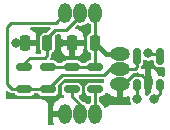
<source format=gbr>
%TF.GenerationSoftware,KiCad,Pcbnew,(6.0.5)*%
%TF.CreationDate,2022-07-02T16:25:46-04:00*%
%TF.ProjectId,magdilocks,6d616764-696c-46f6-936b-732e6b696361,rev?*%
%TF.SameCoordinates,Original*%
%TF.FileFunction,Copper,L1,Top*%
%TF.FilePolarity,Positive*%
%FSLAX46Y46*%
G04 Gerber Fmt 4.6, Leading zero omitted, Abs format (unit mm)*
G04 Created by KiCad (PCBNEW (6.0.5)) date 2022-07-02 16:25:46*
%MOMM*%
%LPD*%
G01*
G04 APERTURE LIST*
G04 Aperture macros list*
%AMRoundRect*
0 Rectangle with rounded corners*
0 $1 Rounding radius*
0 $2 $3 $4 $5 $6 $7 $8 $9 X,Y pos of 4 corners*
0 Add a 4 corners polygon primitive as box body*
4,1,4,$2,$3,$4,$5,$6,$7,$8,$9,$2,$3,0*
0 Add four circle primitives for the rounded corners*
1,1,$1+$1,$2,$3*
1,1,$1+$1,$4,$5*
1,1,$1+$1,$6,$7*
1,1,$1+$1,$8,$9*
0 Add four rect primitives between the rounded corners*
20,1,$1+$1,$2,$3,$4,$5,0*
20,1,$1+$1,$4,$5,$6,$7,0*
20,1,$1+$1,$6,$7,$8,$9,0*
20,1,$1+$1,$8,$9,$2,$3,0*%
G04 Aperture macros list end*
%TA.AperFunction,ComponentPad*%
%ADD10O,1.150000X1.700000*%
%TD*%
%TA.AperFunction,ComponentPad*%
%ADD11O,1.700000X1.150000*%
%TD*%
%TA.AperFunction,SMDPad,CuDef*%
%ADD12RoundRect,0.225000X0.225000X0.425000X-0.225000X0.425000X-0.225000X-0.425000X0.225000X-0.425000X0*%
%TD*%
%TA.AperFunction,SMDPad,CuDef*%
%ADD13RoundRect,0.175000X0.475000X-0.175000X0.475000X0.175000X-0.475000X0.175000X-0.475000X-0.175000X0*%
%TD*%
%TA.AperFunction,SMDPad,CuDef*%
%ADD14RoundRect,0.175000X-0.475000X0.175000X-0.475000X-0.175000X0.475000X-0.175000X0.475000X0.175000X0*%
%TD*%
%TA.AperFunction,SMDPad,CuDef*%
%ADD15RoundRect,0.175000X0.175000X-0.325000X0.175000X0.325000X-0.175000X0.325000X-0.175000X-0.325000X0*%
%TD*%
%TA.AperFunction,SMDPad,CuDef*%
%ADD16RoundRect,0.150000X-0.150000X0.500000X-0.150000X-0.500000X0.150000X-0.500000X0.150000X0.500000X0*%
%TD*%
%TA.AperFunction,ViaPad*%
%ADD17C,0.800000*%
%TD*%
%TA.AperFunction,Conductor*%
%ADD18C,0.250000*%
%TD*%
%TA.AperFunction,Conductor*%
%ADD19C,0.400000*%
%TD*%
G04 APERTURE END LIST*
D10*
%TO.P,J3,1*%
%TO.N,/SDA*%
X97500000Y-127500000D03*
%TO.P,J3,2*%
%TO.N,/SCL*%
X96230000Y-127500000D03*
%TO.P,J3,3*%
%TO.N,GND*%
X94960000Y-127500000D03*
%TD*%
D11*
%TO.P,J1,1*%
%TO.N,+3V3*%
X99605000Y-122460000D03*
%TO.P,J1,2*%
%TO.N,/OUT_RAW*%
X99605000Y-123730000D03*
%TO.P,J1,3*%
%TO.N,GND*%
X99605000Y-125000000D03*
%TD*%
D12*
%TO.P,C1,1*%
%TO.N,/OUT_FLT*%
X93450000Y-121500000D03*
%TO.P,C1,2*%
%TO.N,GND*%
X91550000Y-121500000D03*
%TD*%
D13*
%TO.P,R4,1*%
%TO.N,/OUT_RAW*%
X91500000Y-125450000D03*
%TO.P,R4,2*%
%TO.N,/OUT_FLT*%
X91500000Y-123550000D03*
%TD*%
D10*
%TO.P,J2,1*%
%TO.N,+3V3*%
X97500000Y-119000000D03*
%TO.P,J2,2*%
%TO.N,/OUT_FLT*%
X96230000Y-119000000D03*
%TO.P,J2,3*%
%TO.N,/OUT_RAW*%
X94960000Y-119000000D03*
%TD*%
D14*
%TO.P,R2,1*%
%TO.N,+3V3*%
X95500000Y-123550000D03*
%TO.P,R2,2*%
%TO.N,/SCL*%
X95500000Y-125450000D03*
%TD*%
D15*
%TO.P,U2,1,SDA*%
%TO.N,/SDA*%
X101050000Y-125050000D03*
%TO.P,U2,2,GND*%
%TO.N,GND*%
X102000000Y-125050000D03*
%TO.P,U2,3,SCL*%
%TO.N,/SCL*%
X102950000Y-125050000D03*
%TO.P,U2,4,VDD*%
%TO.N,+3V3*%
X102950000Y-122450000D03*
%TO.P,U2,5,ALERT*%
%TO.N,/OUT_RAW*%
X101050000Y-122450000D03*
%TD*%
D12*
%TO.P,C2,1*%
%TO.N,+3V3*%
X97450000Y-121500000D03*
%TO.P,C2,2*%
%TO.N,GND*%
X95550000Y-121500000D03*
%TD*%
D14*
%TO.P,R3,1*%
%TO.N,+3V3*%
X97500000Y-123550000D03*
%TO.P,R3,2*%
%TO.N,/SDA*%
X97500000Y-125450000D03*
%TD*%
%TO.P,R1,1*%
%TO.N,+3V3*%
X93500000Y-123550000D03*
%TO.P,R1,2*%
%TO.N,/OUT_RAW*%
X93500000Y-125450000D03*
%TD*%
D16*
%TO.P,U1,1,VCC*%
%TO.N,+3V3*%
X102950000Y-122700000D03*
%TO.P,U1,2,OUT*%
%TO.N,/OUT_RAW*%
X101050000Y-122700000D03*
%TO.P,U1,3,GND*%
%TO.N,GND*%
X102000000Y-124800000D03*
%TD*%
D17*
%TO.N,GND*%
X90749020Y-121500000D03*
X94500000Y-121500000D03*
%TO.N,+3V3*%
X102000000Y-122399500D03*
%TO.N,/SCL*%
X102500000Y-126250000D03*
%TO.N,/SDA*%
X101012299Y-126262299D03*
%TD*%
D18*
%TO.N,/OUT_FLT*%
X96230000Y-119277113D02*
X96230000Y-119000000D01*
X95057593Y-120449520D02*
X96230000Y-119277113D01*
X92000000Y-122750000D02*
X93250000Y-122750000D01*
X93450000Y-121057113D02*
X94057593Y-120449520D01*
X93450000Y-121500000D02*
X93450000Y-121057113D01*
X91500000Y-123250000D02*
X92000000Y-122750000D01*
X93450000Y-122550000D02*
X93450000Y-121500000D01*
X91500000Y-123550000D02*
X91500000Y-123250000D01*
X93250000Y-122750000D02*
X93450000Y-122550000D01*
X94057593Y-120449520D02*
X95057593Y-120449520D01*
%TO.N,GND*%
X100668093Y-124225480D02*
X100000000Y-124893573D01*
X90749020Y-121500000D02*
X91550000Y-121500000D01*
X94500000Y-121500000D02*
X95550000Y-121500000D01*
X102000000Y-124793573D02*
X101431907Y-124225480D01*
X101431907Y-124225480D02*
X100668093Y-124225480D01*
X102000000Y-125050000D02*
X102000000Y-124793573D01*
X100000000Y-124893573D02*
X100000000Y-125000000D01*
X102000000Y-124800000D02*
X102000000Y-125050000D01*
%TO.N,+3V3*%
X97450000Y-122450000D02*
X97500000Y-122500000D01*
X97450000Y-121500000D02*
X97450000Y-122450000D01*
X102050500Y-122450000D02*
X102000000Y-122399500D01*
X102950000Y-122450000D02*
X102050500Y-122450000D01*
X100000000Y-122400000D02*
X100000000Y-122460000D01*
D19*
X98410000Y-122460000D02*
X97450000Y-121500000D01*
D18*
X97450000Y-121500000D02*
X97500000Y-121450000D01*
D19*
X100000000Y-122460000D02*
X98410000Y-122460000D01*
D18*
X97500000Y-122500000D02*
X97500000Y-123550000D01*
X97500000Y-121450000D02*
X97500000Y-119000000D01*
X95500000Y-123550000D02*
X93500000Y-123550000D01*
X97500000Y-123550000D02*
X95500000Y-123550000D01*
X97450000Y-123500000D02*
X97500000Y-123550000D01*
%TO.N,/SCL*%
X96230000Y-126730000D02*
X96230000Y-127500000D01*
X95500000Y-125450000D02*
X95500000Y-126000000D01*
X95500000Y-126000000D02*
X96230000Y-126730000D01*
X102950000Y-125800000D02*
X102950000Y-125050000D01*
X102500000Y-126250000D02*
X102950000Y-125800000D01*
%TO.N,/SDA*%
X101012299Y-126262299D02*
X101050000Y-126224598D01*
X101050000Y-126224598D02*
X101050000Y-125050000D01*
X97500000Y-125450000D02*
X97500000Y-127500000D01*
%TO.N,/OUT_RAW*%
X90375480Y-119824520D02*
X90024520Y-120175480D01*
X90024520Y-125024520D02*
X90450000Y-125450000D01*
X98250000Y-124250000D02*
X94700000Y-124250000D01*
X100000000Y-123730000D02*
X98770000Y-123730000D01*
X94700000Y-124250000D02*
X93500000Y-125450000D01*
X90450000Y-125450000D02*
X91500000Y-125450000D01*
X101050000Y-123550000D02*
X100870000Y-123730000D01*
X93500000Y-125450000D02*
X91500000Y-125450000D01*
X98770000Y-123730000D02*
X98250000Y-124250000D01*
X94135480Y-119824520D02*
X90375480Y-119824520D01*
X90024520Y-120175480D02*
X90024520Y-125024520D01*
X94960000Y-119000000D02*
X94135480Y-119824520D01*
X100870000Y-123730000D02*
X100000000Y-123730000D01*
X101050000Y-122700000D02*
X101050000Y-123550000D01*
%TD*%
%TA.AperFunction,Conductor*%
%TO.N,GND*%
G36*
X98221998Y-124595502D02*
G01*
X98268491Y-124649158D01*
X98278595Y-124719432D01*
X98276293Y-124731338D01*
X98272165Y-124748272D01*
X98262539Y-124814667D01*
X98232970Y-124879213D01*
X98173198Y-124917526D01*
X98100637Y-124916970D01*
X98092546Y-124914469D01*
X98083759Y-124910174D01*
X98074080Y-124908762D01*
X98015117Y-124900160D01*
X98015111Y-124900160D01*
X98010590Y-124899500D01*
X96989410Y-124899500D01*
X96984860Y-124900170D01*
X96984857Y-124900170D01*
X96925290Y-124908939D01*
X96925289Y-124908939D01*
X96915604Y-124910365D01*
X96862150Y-124936610D01*
X96812738Y-124960869D01*
X96812736Y-124960870D01*
X96803390Y-124965459D01*
X96715073Y-125053931D01*
X96660174Y-125166241D01*
X96649500Y-125239410D01*
X96649500Y-125660590D01*
X96650170Y-125665140D01*
X96650170Y-125665143D01*
X96655772Y-125703194D01*
X96660365Y-125734396D01*
X96677605Y-125769509D01*
X96706452Y-125828264D01*
X96715459Y-125846610D01*
X96803931Y-125934927D01*
X96813284Y-125939499D01*
X96825051Y-125945251D01*
X96916241Y-125989826D01*
X96925916Y-125991237D01*
X96925918Y-125991238D01*
X96984883Y-125999840D01*
X96984889Y-125999840D01*
X96989410Y-126000500D01*
X97048500Y-126000500D01*
X97116621Y-126020502D01*
X97163114Y-126074158D01*
X97174500Y-126126500D01*
X97174500Y-126444276D01*
X97154498Y-126512397D01*
X97114523Y-126551593D01*
X97019533Y-126610031D01*
X96965881Y-126662572D01*
X96953162Y-126675027D01*
X96890497Y-126708398D01*
X96819738Y-126702592D01*
X96775598Y-126673787D01*
X96723973Y-126621800D01*
X96723968Y-126621796D01*
X96719006Y-126616799D01*
X96708342Y-126610031D01*
X96613985Y-126550151D01*
X96572108Y-126523575D01*
X96461871Y-126484321D01*
X96415043Y-126454717D01*
X96118792Y-126158466D01*
X96084766Y-126096154D01*
X96089831Y-126025339D01*
X96132378Y-125968503D01*
X96152349Y-125956272D01*
X96196610Y-125934541D01*
X96284927Y-125846069D01*
X96339826Y-125733759D01*
X96347006Y-125684541D01*
X96349840Y-125665117D01*
X96349840Y-125665111D01*
X96350500Y-125660590D01*
X96350500Y-125239410D01*
X96339635Y-125165604D01*
X96304989Y-125095038D01*
X96289131Y-125062738D01*
X96289130Y-125062736D01*
X96284541Y-125053390D01*
X96241038Y-125009963D01*
X96203438Y-124972429D01*
X96196069Y-124965073D01*
X96083759Y-124910174D01*
X96074084Y-124908763D01*
X96074082Y-124908762D01*
X96015117Y-124900160D01*
X96015111Y-124900160D01*
X96010590Y-124899500D01*
X94989410Y-124899500D01*
X94984860Y-124900170D01*
X94984857Y-124900170D01*
X94925290Y-124908939D01*
X94925289Y-124908939D01*
X94915604Y-124910365D01*
X94862150Y-124936610D01*
X94812738Y-124960869D01*
X94812736Y-124960870D01*
X94803390Y-124965459D01*
X94715073Y-125053931D01*
X94660174Y-125166241D01*
X94649500Y-125239410D01*
X94649500Y-125660590D01*
X94650170Y-125665140D01*
X94650170Y-125665143D01*
X94655772Y-125703194D01*
X94660365Y-125734396D01*
X94677605Y-125769509D01*
X94706452Y-125828264D01*
X94715459Y-125846610D01*
X94803931Y-125934927D01*
X94807518Y-125936680D01*
X94849050Y-125989579D01*
X94855743Y-126060259D01*
X94823161Y-126123338D01*
X94761560Y-126158809D01*
X94611639Y-126194940D01*
X94600344Y-126198829D01*
X94423137Y-126279400D01*
X94412795Y-126285347D01*
X94254013Y-126397979D01*
X94244984Y-126405772D01*
X94110369Y-126546393D01*
X94102965Y-126555768D01*
X93997380Y-126719292D01*
X93991879Y-126729906D01*
X93919117Y-126910449D01*
X93915725Y-126921898D01*
X93878134Y-127114391D01*
X93877064Y-127123201D01*
X93877000Y-127125828D01*
X93877000Y-127227885D01*
X93881475Y-127243124D01*
X93882865Y-127244329D01*
X93890548Y-127246000D01*
X95088000Y-127246000D01*
X95156121Y-127266002D01*
X95202614Y-127319658D01*
X95214000Y-127372000D01*
X95214000Y-127628000D01*
X95193998Y-127696121D01*
X95140342Y-127742614D01*
X95088000Y-127754000D01*
X93895115Y-127754000D01*
X93879876Y-127758475D01*
X93878671Y-127759865D01*
X93877000Y-127767548D01*
X93877000Y-127823637D01*
X93877285Y-127829613D01*
X93891132Y-127974745D01*
X93893391Y-127986480D01*
X93948188Y-128173268D01*
X93952623Y-128184355D01*
X94020326Y-128315808D01*
X94033735Y-128385526D01*
X94007322Y-128451427D01*
X93949474Y-128492586D01*
X93908310Y-128499500D01*
X93637080Y-128499500D01*
X93608845Y-128496295D01*
X93600359Y-128494344D01*
X93600358Y-128494344D01*
X93601441Y-128489633D01*
X93560281Y-128477547D01*
X93513788Y-128423891D01*
X93505557Y-128399568D01*
X93503655Y-128391229D01*
X93500500Y-128363210D01*
X93500500Y-126837371D01*
X93503755Y-126808918D01*
X93504043Y-126807676D01*
X93504044Y-126807669D01*
X93505655Y-126800718D01*
X93505656Y-126800000D01*
X93504038Y-126792903D01*
X93503298Y-126789662D01*
X93500935Y-126775750D01*
X93491831Y-126694953D01*
X93491039Y-126687924D01*
X93487356Y-126677397D01*
X93466151Y-126616799D01*
X93453788Y-126581467D01*
X93393783Y-126485969D01*
X93314031Y-126406217D01*
X93218533Y-126346212D01*
X93112076Y-126308961D01*
X93105049Y-126308169D01*
X93105048Y-126308169D01*
X93076449Y-126304947D01*
X93025322Y-126299186D01*
X93010989Y-126296726D01*
X93000718Y-126294345D01*
X93000000Y-126294344D01*
X92991225Y-126296346D01*
X92963210Y-126299500D01*
X90037080Y-126299500D01*
X90008845Y-126296295D01*
X90000359Y-126294344D01*
X90000358Y-126294344D01*
X90001441Y-126289633D01*
X89960281Y-126277547D01*
X89913788Y-126223891D01*
X89905557Y-126199568D01*
X89905389Y-126198829D01*
X89903655Y-126191227D01*
X89900500Y-126163210D01*
X89900500Y-125665016D01*
X89920502Y-125596895D01*
X89974158Y-125550402D01*
X90044432Y-125540298D01*
X90109012Y-125569792D01*
X90115595Y-125575921D01*
X90205889Y-125666215D01*
X90213316Y-125674319D01*
X90237545Y-125703194D01*
X90247094Y-125708707D01*
X90270185Y-125722039D01*
X90279456Y-125727945D01*
X90310316Y-125749554D01*
X90320966Y-125752408D01*
X90324134Y-125753885D01*
X90327410Y-125755077D01*
X90336955Y-125760588D01*
X90370699Y-125766538D01*
X90374058Y-125767130D01*
X90384785Y-125769508D01*
X90421193Y-125779264D01*
X90432169Y-125778304D01*
X90432172Y-125778304D01*
X90458743Y-125775979D01*
X90469724Y-125775500D01*
X90602041Y-125775500D01*
X90670162Y-125795502D01*
X90701779Y-125830962D01*
X90704807Y-125828794D01*
X90710869Y-125837261D01*
X90715459Y-125846610D01*
X90803931Y-125934927D01*
X90813284Y-125939499D01*
X90825051Y-125945251D01*
X90916241Y-125989826D01*
X90925916Y-125991237D01*
X90925918Y-125991238D01*
X90984883Y-125999840D01*
X90984889Y-125999840D01*
X90989410Y-126000500D01*
X92010590Y-126000500D01*
X92015140Y-125999830D01*
X92015143Y-125999830D01*
X92074710Y-125991061D01*
X92074711Y-125991061D01*
X92084396Y-125989635D01*
X92152359Y-125956267D01*
X92187262Y-125939131D01*
X92187265Y-125939129D01*
X92196610Y-125934541D01*
X92284927Y-125846069D01*
X92289501Y-125836711D01*
X92295477Y-125828333D01*
X92351319Y-125784489D01*
X92398057Y-125775500D01*
X92602041Y-125775500D01*
X92670162Y-125795502D01*
X92701779Y-125830962D01*
X92704807Y-125828794D01*
X92710869Y-125837261D01*
X92715459Y-125846610D01*
X92803931Y-125934927D01*
X92813284Y-125939499D01*
X92825051Y-125945251D01*
X92916241Y-125989826D01*
X92925916Y-125991237D01*
X92925918Y-125991238D01*
X92984883Y-125999840D01*
X92984889Y-125999840D01*
X92989410Y-126000500D01*
X94010590Y-126000500D01*
X94015140Y-125999830D01*
X94015143Y-125999830D01*
X94074710Y-125991061D01*
X94074711Y-125991061D01*
X94084396Y-125989635D01*
X94152359Y-125956267D01*
X94187262Y-125939131D01*
X94187265Y-125939129D01*
X94196610Y-125934541D01*
X94284927Y-125846069D01*
X94339826Y-125733759D01*
X94347006Y-125684541D01*
X94349840Y-125665117D01*
X94349840Y-125665111D01*
X94350500Y-125660590D01*
X94350500Y-125239410D01*
X94339635Y-125165604D01*
X94338447Y-125163185D01*
X94337396Y-125096083D01*
X94369738Y-125040589D01*
X94797922Y-124612405D01*
X94860234Y-124578379D01*
X94887017Y-124575500D01*
X98153877Y-124575500D01*
X98221998Y-124595502D01*
G37*
%TD.AperFunction*%
%TA.AperFunction,Conductor*%
G36*
X99801121Y-124766002D02*
G01*
X99847614Y-124819658D01*
X99859000Y-124872000D01*
X99859000Y-126064885D01*
X99863475Y-126080124D01*
X99864865Y-126081329D01*
X99872548Y-126083000D01*
X99928637Y-126083000D01*
X99934613Y-126082715D01*
X100079745Y-126068868D01*
X100091479Y-126066609D01*
X100260432Y-126017044D01*
X100331428Y-126017061D01*
X100391145Y-126055459D01*
X100420623Y-126120047D01*
X100420823Y-126154393D01*
X100406617Y-126262299D01*
X100407695Y-126270487D01*
X100424480Y-126397979D01*
X100427255Y-126419061D01*
X100487763Y-126565140D01*
X100492790Y-126571691D01*
X100492792Y-126571695D01*
X100511344Y-126595873D01*
X100536943Y-126662093D01*
X100522677Y-126731642D01*
X100473075Y-126782437D01*
X100411342Y-126798575D01*
X98834904Y-126798071D01*
X98806487Y-126794814D01*
X98798243Y-126792903D01*
X98797525Y-126792902D01*
X98786686Y-126795374D01*
X98772771Y-126797736D01*
X98685458Y-126807569D01*
X98678781Y-126809905D01*
X98678776Y-126809906D01*
X98585690Y-126842471D01*
X98585687Y-126842472D01*
X98579008Y-126844809D01*
X98483513Y-126904801D01*
X98478504Y-126909809D01*
X98422455Y-126965847D01*
X98360140Y-126999867D01*
X98289325Y-126994796D01*
X98232493Y-126952244D01*
X98214377Y-126918182D01*
X98208406Y-126901036D01*
X98203796Y-126887797D01*
X98111600Y-126740252D01*
X98074857Y-126703251D01*
X98034806Y-126662920D01*
X97989006Y-126616799D01*
X97983058Y-126613024D01*
X97883986Y-126550151D01*
X97837187Y-126496762D01*
X97825500Y-126443766D01*
X97825500Y-126126500D01*
X97845502Y-126058379D01*
X97899158Y-126011886D01*
X97951500Y-126000500D01*
X98010590Y-126000500D01*
X98015140Y-125999830D01*
X98015143Y-125999830D01*
X98074710Y-125991061D01*
X98074711Y-125991061D01*
X98084396Y-125989635D01*
X98152359Y-125956267D01*
X98187262Y-125939131D01*
X98187265Y-125939129D01*
X98196610Y-125934541D01*
X98284927Y-125846069D01*
X98309645Y-125795502D01*
X98324818Y-125764462D01*
X98372704Y-125712046D01*
X98441327Y-125693839D01*
X98508899Y-125715623D01*
X98525149Y-125728778D01*
X98651393Y-125849631D01*
X98660768Y-125857035D01*
X98824292Y-125962620D01*
X98834906Y-125968121D01*
X99015449Y-126040883D01*
X99026898Y-126044275D01*
X99219391Y-126081866D01*
X99228201Y-126082936D01*
X99230828Y-126083000D01*
X99332885Y-126083000D01*
X99348124Y-126078525D01*
X99349329Y-126077135D01*
X99351000Y-126069452D01*
X99351000Y-124872000D01*
X99371002Y-124803879D01*
X99424658Y-124757386D01*
X99477000Y-124746000D01*
X99733000Y-124746000D01*
X99801121Y-124766002D01*
G37*
%TD.AperFunction*%
%TA.AperFunction,Conductor*%
G36*
X101724716Y-122935450D02*
G01*
X101843238Y-122984544D01*
X102000000Y-123005182D01*
X102008188Y-123004104D01*
X102148574Y-122985622D01*
X102156762Y-122984544D01*
X102275283Y-122935451D01*
X102345871Y-122927862D01*
X102409358Y-122959641D01*
X102445586Y-123020699D01*
X102449500Y-123051860D01*
X102449500Y-123233218D01*
X102450170Y-123237768D01*
X102450170Y-123237771D01*
X102458216Y-123292426D01*
X102459642Y-123302112D01*
X102463958Y-123310902D01*
X102501758Y-123387892D01*
X102511068Y-123406855D01*
X102518438Y-123414212D01*
X102583691Y-123479351D01*
X102593650Y-123489293D01*
X102698482Y-123540536D01*
X102728973Y-123544984D01*
X102762256Y-123549840D01*
X102762260Y-123549840D01*
X102766782Y-123550500D01*
X103133218Y-123550500D01*
X103137768Y-123549830D01*
X103137771Y-123549830D01*
X103192426Y-123541784D01*
X103192427Y-123541784D01*
X103202112Y-123540358D01*
X103211408Y-123535794D01*
X103217971Y-123532572D01*
X103287935Y-123520506D01*
X103353316Y-123548180D01*
X103393356Y-123606809D01*
X103399500Y-123645676D01*
X103399500Y-124242155D01*
X103379498Y-124310276D01*
X103325842Y-124356769D01*
X103255568Y-124366873D01*
X103240553Y-124363495D01*
X103233759Y-124360174D01*
X103224080Y-124358762D01*
X103165117Y-124350160D01*
X103165111Y-124350160D01*
X103160590Y-124349500D01*
X102933598Y-124349500D01*
X102865477Y-124329498D01*
X102818984Y-124275842D01*
X102807986Y-124233381D01*
X102805570Y-124202664D01*
X102803270Y-124190069D01*
X102760893Y-124044210D01*
X102754648Y-124029779D01*
X102678089Y-123900322D01*
X102668449Y-123887896D01*
X102562104Y-123781551D01*
X102549678Y-123771911D01*
X102420221Y-123695352D01*
X102405790Y-123689107D01*
X102271395Y-123650061D01*
X102257294Y-123650101D01*
X102254000Y-123657370D01*
X102254000Y-124527885D01*
X102258475Y-124543124D01*
X102259865Y-124544329D01*
X102267548Y-124546000D01*
X102274763Y-124546000D01*
X102342884Y-124566002D01*
X102389377Y-124619658D01*
X102400433Y-124681117D01*
X102400159Y-124684891D01*
X102399500Y-124689410D01*
X102399500Y-124928000D01*
X102379498Y-124996121D01*
X102325842Y-125042614D01*
X102273500Y-125054000D01*
X102272115Y-125054000D01*
X102256876Y-125058475D01*
X102255671Y-125059865D01*
X102254000Y-125067548D01*
X102254000Y-125621145D01*
X102233998Y-125689266D01*
X102196684Y-125724845D01*
X102197159Y-125725464D01*
X102071718Y-125821718D01*
X102066695Y-125828264D01*
X101992972Y-125924342D01*
X101975464Y-125947159D01*
X101972977Y-125945251D01*
X101932346Y-125983993D01*
X101874609Y-125998000D01*
X101872000Y-125998000D01*
X101803879Y-125977998D01*
X101757386Y-125924342D01*
X101746000Y-125872000D01*
X101746000Y-125072115D01*
X101741525Y-125056876D01*
X101740135Y-125055671D01*
X101732452Y-125054000D01*
X101726500Y-125054000D01*
X101658379Y-125033998D01*
X101611886Y-124980342D01*
X101600500Y-124928000D01*
X101600500Y-124689410D01*
X101599830Y-124684859D01*
X101599562Y-124681196D01*
X101614539Y-124611797D01*
X101664659Y-124561512D01*
X101725226Y-124546000D01*
X101727885Y-124546000D01*
X101743124Y-124541525D01*
X101744329Y-124540135D01*
X101746000Y-124532452D01*
X101746000Y-123663122D01*
X101742027Y-123649591D01*
X101734129Y-123648456D01*
X101594210Y-123689107D01*
X101579773Y-123695355D01*
X101566567Y-123703164D01*
X101497751Y-123720622D01*
X101430420Y-123698103D01*
X101385952Y-123642758D01*
X101377287Y-123586180D01*
X101379263Y-123578807D01*
X101378302Y-123567826D01*
X101379134Y-123558324D01*
X101404999Y-123492206D01*
X101415481Y-123480291D01*
X101481935Y-123413721D01*
X101481935Y-123413720D01*
X101489293Y-123406350D01*
X101498316Y-123387892D01*
X101509730Y-123364540D01*
X101540536Y-123301518D01*
X101550500Y-123233218D01*
X101550500Y-123051860D01*
X101570502Y-122983739D01*
X101624158Y-122937246D01*
X101694432Y-122927142D01*
X101724716Y-122935450D01*
G37*
%TD.AperFunction*%
%TA.AperFunction,Conductor*%
G36*
X101145882Y-124023843D02*
G01*
X101194563Y-124075522D01*
X101207577Y-124145316D01*
X101203219Y-124167730D01*
X101196733Y-124190056D01*
X101194430Y-124202666D01*
X101192012Y-124233387D01*
X101166726Y-124299728D01*
X101109588Y-124341867D01*
X101066400Y-124349500D01*
X100839410Y-124349500D01*
X100834860Y-124350170D01*
X100834844Y-124350171D01*
X100831598Y-124350649D01*
X100830473Y-124350491D01*
X100830256Y-124350507D01*
X100830253Y-124350460D01*
X100761291Y-124340779D01*
X100710483Y-124298893D01*
X100707023Y-124294016D01*
X100699228Y-124284985D01*
X100686205Y-124272518D01*
X100650829Y-124210963D01*
X100654348Y-124140053D01*
X100695645Y-124082303D01*
X100761608Y-124056047D01*
X100773336Y-124055500D01*
X100850290Y-124055500D01*
X100861272Y-124055980D01*
X100887820Y-124058303D01*
X100887822Y-124058303D01*
X100898807Y-124059264D01*
X100935215Y-124049508D01*
X100945942Y-124047130D01*
X100949301Y-124046538D01*
X100983045Y-124040588D01*
X100992590Y-124035077D01*
X100995866Y-124033885D01*
X100999034Y-124032408D01*
X101009684Y-124029554D01*
X101018716Y-124023230D01*
X101028706Y-124018571D01*
X101030518Y-124022457D01*
X101076989Y-124006688D01*
X101145882Y-124023843D01*
G37*
%TD.AperFunction*%
%TA.AperFunction,Conductor*%
G36*
X96910262Y-119797408D02*
G01*
X96954402Y-119826213D01*
X97006027Y-119878200D01*
X97006031Y-119878203D01*
X97010994Y-119883201D01*
X97016940Y-119886975D01*
X97016942Y-119886976D01*
X97116014Y-119949849D01*
X97162813Y-120003238D01*
X97174500Y-120056234D01*
X97174500Y-120548521D01*
X97154498Y-120616642D01*
X97100842Y-120663135D01*
X97097700Y-120664358D01*
X97091874Y-120665281D01*
X96971780Y-120726472D01*
X96876472Y-120821780D01*
X96815281Y-120941874D01*
X96813731Y-120951663D01*
X96813730Y-120951665D01*
X96813326Y-120954218D01*
X96799500Y-121041512D01*
X96799500Y-121958488D01*
X96815281Y-122058126D01*
X96876472Y-122178220D01*
X96971780Y-122273528D01*
X96980613Y-122278028D01*
X96980612Y-122278028D01*
X97055703Y-122316289D01*
X97107318Y-122365037D01*
X97124500Y-122428556D01*
X97124500Y-122430290D01*
X97124020Y-122441272D01*
X97120736Y-122478807D01*
X97128348Y-122507212D01*
X97130491Y-122515210D01*
X97132870Y-122525942D01*
X97139412Y-122563045D01*
X97144923Y-122572590D01*
X97146115Y-122575866D01*
X97147592Y-122579034D01*
X97150446Y-122589684D01*
X97156771Y-122598716D01*
X97161429Y-122608706D01*
X97157690Y-122610450D01*
X97174500Y-122663764D01*
X97174500Y-122873500D01*
X97154498Y-122941621D01*
X97100842Y-122988114D01*
X97048500Y-122999500D01*
X96989410Y-122999500D01*
X96984860Y-123000170D01*
X96984857Y-123000170D01*
X96925290Y-123008939D01*
X96925289Y-123008939D01*
X96915604Y-123010365D01*
X96862150Y-123036610D01*
X96812738Y-123060869D01*
X96812736Y-123060870D01*
X96803390Y-123065459D01*
X96796032Y-123072830D01*
X96747263Y-123121685D01*
X96715073Y-123153931D01*
X96710499Y-123163289D01*
X96704523Y-123171667D01*
X96648681Y-123215511D01*
X96601943Y-123224500D01*
X96397959Y-123224500D01*
X96329838Y-123204498D01*
X96298221Y-123169038D01*
X96295193Y-123171206D01*
X96289131Y-123162739D01*
X96284541Y-123153390D01*
X96196069Y-123065073D01*
X96083759Y-123010174D01*
X96074084Y-123008763D01*
X96074082Y-123008762D01*
X96015117Y-123000160D01*
X96015111Y-123000160D01*
X96010590Y-122999500D01*
X94989410Y-122999500D01*
X94984860Y-123000170D01*
X94984857Y-123000170D01*
X94925290Y-123008939D01*
X94925289Y-123008939D01*
X94915604Y-123010365D01*
X94862150Y-123036610D01*
X94812738Y-123060869D01*
X94812736Y-123060870D01*
X94803390Y-123065459D01*
X94796032Y-123072830D01*
X94747263Y-123121685D01*
X94715073Y-123153931D01*
X94710499Y-123163289D01*
X94704523Y-123171667D01*
X94648681Y-123215511D01*
X94601943Y-123224500D01*
X94397959Y-123224500D01*
X94329838Y-123204498D01*
X94298221Y-123169038D01*
X94295193Y-123171206D01*
X94289131Y-123162739D01*
X94284541Y-123153390D01*
X94196069Y-123065073D01*
X94083759Y-123010174D01*
X94074084Y-123008763D01*
X94074082Y-123008762D01*
X94015117Y-123000160D01*
X94015111Y-123000160D01*
X94010590Y-122999500D01*
X93766877Y-122999500D01*
X93698756Y-122979498D01*
X93652263Y-122925842D01*
X93642159Y-122855568D01*
X93671653Y-122790988D01*
X93685886Y-122776978D01*
X93694749Y-122769541D01*
X93703194Y-122762455D01*
X93712646Y-122746083D01*
X93722039Y-122729815D01*
X93727945Y-122720544D01*
X93743230Y-122698715D01*
X93749554Y-122689684D01*
X93752408Y-122679034D01*
X93753885Y-122675866D01*
X93755077Y-122672590D01*
X93760588Y-122663045D01*
X93767130Y-122625942D01*
X93769509Y-122615210D01*
X93779264Y-122578807D01*
X93775979Y-122541257D01*
X93775500Y-122530276D01*
X93775500Y-122428556D01*
X93795502Y-122360435D01*
X93844297Y-122316289D01*
X93919388Y-122278028D01*
X93919387Y-122278028D01*
X93928220Y-122273528D01*
X94023528Y-122178220D01*
X94084719Y-122058126D01*
X94098607Y-121970438D01*
X94592000Y-121970438D01*
X94592337Y-121976953D01*
X94601894Y-122069057D01*
X94604788Y-122082456D01*
X94654381Y-122231107D01*
X94660555Y-122244286D01*
X94742788Y-122377173D01*
X94751824Y-122388574D01*
X94862429Y-122498986D01*
X94873840Y-122507998D01*
X95006880Y-122590004D01*
X95020061Y-122596151D01*
X95168814Y-122645491D01*
X95182190Y-122648358D01*
X95273097Y-122657672D01*
X95278126Y-122657929D01*
X95293124Y-122653525D01*
X95294329Y-122652135D01*
X95296000Y-122644452D01*
X95296000Y-122639885D01*
X95804000Y-122639885D01*
X95808475Y-122655124D01*
X95809865Y-122656329D01*
X95817548Y-122658000D01*
X95820438Y-122658000D01*
X95826953Y-122657663D01*
X95919057Y-122648106D01*
X95932456Y-122645212D01*
X96081107Y-122595619D01*
X96094286Y-122589445D01*
X96227173Y-122507212D01*
X96238574Y-122498176D01*
X96348986Y-122387571D01*
X96357998Y-122376160D01*
X96440004Y-122243120D01*
X96446151Y-122229939D01*
X96495491Y-122081186D01*
X96498358Y-122067810D01*
X96507672Y-121976903D01*
X96508000Y-121970487D01*
X96508000Y-121772115D01*
X96503525Y-121756876D01*
X96502135Y-121755671D01*
X96494452Y-121754000D01*
X95822115Y-121754000D01*
X95806876Y-121758475D01*
X95805671Y-121759865D01*
X95804000Y-121767548D01*
X95804000Y-122639885D01*
X95296000Y-122639885D01*
X95296000Y-121772115D01*
X95291525Y-121756876D01*
X95290135Y-121755671D01*
X95282452Y-121754000D01*
X94610115Y-121754000D01*
X94594876Y-121758475D01*
X94593671Y-121759865D01*
X94592000Y-121767548D01*
X94592000Y-121970438D01*
X94098607Y-121970438D01*
X94100500Y-121958488D01*
X94100500Y-121041512D01*
X94086674Y-120954218D01*
X94095774Y-120883807D01*
X94122029Y-120845410D01*
X94128863Y-120838577D01*
X94155516Y-120811923D01*
X94217830Y-120777899D01*
X94244611Y-120775020D01*
X94479461Y-120775020D01*
X94547582Y-120795022D01*
X94594075Y-120848678D01*
X94604179Y-120918952D01*
X94602661Y-120927435D01*
X94601642Y-120932188D01*
X94592328Y-121023097D01*
X94592000Y-121029514D01*
X94592000Y-121227885D01*
X94596475Y-121243124D01*
X94597865Y-121244329D01*
X94605548Y-121246000D01*
X96489885Y-121246000D01*
X96505124Y-121241525D01*
X96506329Y-121240135D01*
X96508000Y-121232452D01*
X96508000Y-121029562D01*
X96507663Y-121023047D01*
X96498106Y-120930943D01*
X96495212Y-120917544D01*
X96445619Y-120768893D01*
X96439445Y-120755714D01*
X96357212Y-120622827D01*
X96348176Y-120611426D01*
X96237571Y-120501014D01*
X96226160Y-120492002D01*
X96093120Y-120409996D01*
X96079939Y-120403849D01*
X95931186Y-120354509D01*
X95917809Y-120351641D01*
X95907544Y-120350590D01*
X95841816Y-120323751D01*
X95801032Y-120265637D01*
X95798142Y-120194699D01*
X95831288Y-120136151D01*
X95907612Y-120059827D01*
X95969924Y-120025801D01*
X96038979Y-120030225D01*
X96051793Y-120034788D01*
X96224552Y-120055388D01*
X96231555Y-120054652D01*
X96231556Y-120054652D01*
X96277891Y-120049782D01*
X96397581Y-120037202D01*
X96404247Y-120034933D01*
X96404250Y-120034932D01*
X96555614Y-119983403D01*
X96555617Y-119983402D01*
X96562281Y-119981133D01*
X96710467Y-119889969D01*
X96776839Y-119824972D01*
X96839503Y-119791602D01*
X96910262Y-119797408D01*
G37*
%TD.AperFunction*%
%TA.AperFunction,Conductor*%
G36*
X93660696Y-120170022D02*
G01*
X93707189Y-120223678D01*
X93717293Y-120293952D01*
X93687799Y-120358532D01*
X93681671Y-120365115D01*
X93434192Y-120612595D01*
X93371879Y-120646620D01*
X93345096Y-120649500D01*
X93191512Y-120649500D01*
X93131149Y-120659060D01*
X93101665Y-120663730D01*
X93101663Y-120663731D01*
X93091874Y-120665281D01*
X92971780Y-120726472D01*
X92876472Y-120821780D01*
X92815281Y-120941874D01*
X92813731Y-120951663D01*
X92813730Y-120951665D01*
X92813326Y-120954218D01*
X92799500Y-121041512D01*
X92799500Y-121958488D01*
X92815281Y-122058126D01*
X92876472Y-122178220D01*
X92907657Y-122209405D01*
X92941683Y-122271717D01*
X92936618Y-122342532D01*
X92894071Y-122399368D01*
X92827551Y-122424179D01*
X92818562Y-122424500D01*
X92553206Y-122424500D01*
X92485085Y-122404498D01*
X92438592Y-122350842D01*
X92428488Y-122280568D01*
X92439012Y-122245249D01*
X92446150Y-122229943D01*
X92495491Y-122081186D01*
X92498358Y-122067810D01*
X92507672Y-121976903D01*
X92508000Y-121970487D01*
X92508000Y-121772115D01*
X92503525Y-121756876D01*
X92502135Y-121755671D01*
X92494452Y-121754000D01*
X91422000Y-121754000D01*
X91353879Y-121733998D01*
X91307386Y-121680342D01*
X91296000Y-121628000D01*
X91296000Y-121372000D01*
X91316002Y-121303879D01*
X91369658Y-121257386D01*
X91422000Y-121246000D01*
X92489885Y-121246000D01*
X92505124Y-121241525D01*
X92506329Y-121240135D01*
X92508000Y-121232452D01*
X92508000Y-121029562D01*
X92507663Y-121023047D01*
X92498106Y-120930943D01*
X92495212Y-120917544D01*
X92445619Y-120768893D01*
X92439445Y-120755714D01*
X92357212Y-120622827D01*
X92348176Y-120611426D01*
X92237571Y-120501014D01*
X92226160Y-120492002D01*
X92093120Y-120409996D01*
X92079937Y-120403848D01*
X92055109Y-120395613D01*
X91996749Y-120355182D01*
X91969512Y-120289618D01*
X91982046Y-120219736D01*
X92030370Y-120167725D01*
X92094776Y-120150020D01*
X93592575Y-120150020D01*
X93660696Y-120170022D01*
G37*
%TD.AperFunction*%
%TD*%
M02*

</source>
